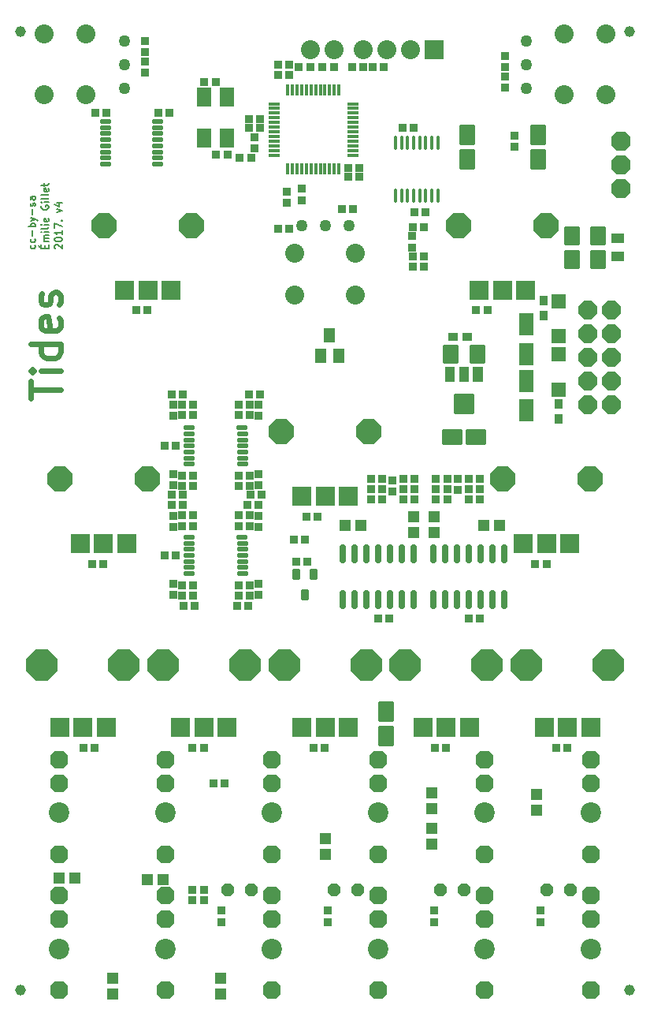
<source format=gbr>
%TF.GenerationSoftware,KiCad,Pcbnew,(6.0.11-0)*%
%TF.CreationDate,2023-05-26T19:22:20+02:00*%
%TF.ProjectId,tides,74696465-732e-46b6-9963-61645f706362,rev?*%
%TF.SameCoordinates,Original*%
%TF.FileFunction,Soldermask,Top*%
%TF.FilePolarity,Negative*%
%FSLAX46Y46*%
G04 Gerber Fmt 4.6, Leading zero omitted, Abs format (unit mm)*
G04 Created by KiCad (PCBNEW (6.0.11-0)) date 2023-05-26 19:22:20*
%MOMM*%
%LPD*%
G01*
G04 APERTURE LIST*
G04 Aperture macros list*
%AMRoundRect*
0 Rectangle with rounded corners*
0 $1 Rounding radius*
0 $2 $3 $4 $5 $6 $7 $8 $9 X,Y pos of 4 corners*
0 Add a 4 corners polygon primitive as box body*
4,1,4,$2,$3,$4,$5,$6,$7,$8,$9,$2,$3,0*
0 Add four circle primitives for the rounded corners*
1,1,$1+$1,$2,$3*
1,1,$1+$1,$4,$5*
1,1,$1+$1,$6,$7*
1,1,$1+$1,$8,$9*
0 Add four rect primitives between the rounded corners*
20,1,$1+$1,$2,$3,$4,$5,0*
20,1,$1+$1,$4,$5,$6,$7,0*
20,1,$1+$1,$6,$7,$8,$9,0*
20,1,$1+$1,$8,$9,$2,$3,0*%
%AMFreePoly0*
4,1,25,0.301485,0.667973,0.306387,0.663482,0.663482,0.306387,0.685510,0.259146,0.685800,0.252505,0.685800,-0.252505,0.667973,-0.301485,0.663482,-0.306387,0.306387,-0.663482,0.259146,-0.685510,0.252505,-0.685800,-0.252505,-0.685800,-0.301485,-0.667973,-0.306387,-0.663482,-0.663482,-0.306387,-0.685510,-0.259146,-0.685800,-0.252505,-0.685800,0.252505,-0.667973,0.301485,-0.663482,0.306387,
-0.306387,0.663482,-0.259146,0.685510,-0.252505,0.685800,0.252505,0.685800,0.301485,0.667973,0.301485,0.667973,$1*%
%AMFreePoly1*
4,1,25,0.706544,1.645873,0.711446,1.641382,1.641382,0.711446,1.663410,0.664205,1.663700,0.657564,1.663700,-0.657564,1.645873,-0.706544,1.641382,-0.711446,0.711446,-1.641382,0.664205,-1.663410,0.657564,-1.663700,-0.657564,-1.663700,-0.706544,-1.645873,-0.711446,-1.641382,-1.641382,-0.711446,-1.663410,-0.664205,-1.663700,-0.657564,-1.663700,0.657564,-1.645873,0.706544,-1.641382,0.711446,
-0.711446,1.641382,-0.664205,1.663410,-0.657564,1.663700,0.657564,1.663700,0.706544,1.645873,0.706544,1.645873,$1*%
%AMFreePoly2*
4,1,25,0.575031,1.328373,0.579933,1.323882,1.323882,0.579933,1.345910,0.532692,1.346200,0.526051,1.346200,-0.526051,1.328373,-0.575031,1.323882,-0.579933,0.579933,-1.323882,0.532692,-1.345910,0.526051,-1.346200,-0.526051,-1.346200,-0.575031,-1.328373,-0.579933,-1.323882,-1.323882,-0.579933,-1.345910,-0.532692,-1.346200,-0.526051,-1.346200,0.526051,-1.328373,0.575031,-1.323882,0.579933,
-0.579933,1.323882,-0.532692,1.345910,-0.526051,1.346200,0.526051,1.346200,0.575031,1.328373,0.575031,1.328373,$1*%
%AMFreePoly3*
4,1,25,0.417216,0.947373,0.422118,0.942882,0.942882,0.422118,0.964910,0.374877,0.965200,0.368236,0.965200,-0.368236,0.947373,-0.417216,0.942882,-0.422118,0.422118,-0.942882,0.374877,-0.964910,0.368236,-0.965200,-0.368236,-0.965200,-0.417216,-0.947373,-0.422118,-0.942882,-0.942882,-0.422118,-0.964910,-0.374877,-0.965200,-0.368236,-0.965200,0.368236,-0.947373,0.417216,-0.942882,0.422118,
-0.422118,0.942882,-0.374877,0.964910,-0.368236,0.965200,0.368236,0.965200,0.417216,0.947373,0.417216,0.947373,$1*%
%AMFreePoly4*
4,1,25,0.448779,1.023573,0.453681,1.019082,1.019082,0.453681,1.041110,0.406440,1.041400,0.399799,1.041400,-0.399799,1.023573,-0.448779,1.019082,-0.453681,0.453681,-1.019082,0.406440,-1.041110,0.399799,-1.041400,-0.399799,-1.041400,-0.448779,-1.023573,-0.453681,-1.019082,-1.019082,-0.453681,-1.041110,-0.406440,-1.041400,-0.399799,-1.041400,0.399799,-1.023573,0.448779,-1.019082,0.453681,
-0.453681,1.019082,-0.406440,1.041110,-0.399799,1.041400,0.399799,1.041400,0.448779,1.023573,0.448779,1.023573,$1*%
%AMFreePoly5*
4,1,25,0.438258,0.998173,0.443160,0.993682,0.993682,0.443160,1.015710,0.395919,1.016000,0.389278,1.016000,-0.389278,0.998173,-0.438258,0.993682,-0.443160,0.443160,-0.993682,0.395919,-1.015710,0.389278,-1.016000,-0.389278,-1.016000,-0.438258,-0.998173,-0.443160,-0.993682,-0.993682,-0.443160,-1.015710,-0.395919,-1.016000,-0.389278,-1.016000,0.389278,-0.998173,0.438258,-0.993682,0.443160,
-0.443160,0.993682,-0.395919,1.015710,-0.389278,1.016000,0.389278,1.016000,0.438258,0.998173,0.438258,0.998173,$1*%
G04 Aperture macros list end*
%ADD10C,0.137160*%
%ADD11C,0.571500*%
%ADD12RoundRect,0.076200X0.625000X-0.450000X0.625000X0.450000X-0.625000X0.450000X-0.625000X-0.450000X0*%
%ADD13FreePoly0,180.000000*%
%ADD14RoundRect,0.076200X-0.375000X0.325000X-0.375000X-0.325000X0.375000X-0.325000X0.375000X0.325000X0*%
%ADD15RoundRect,0.076200X0.325000X0.375000X-0.325000X0.375000X-0.325000X-0.375000X0.325000X-0.375000X0*%
%ADD16RoundRect,0.076200X-0.325000X-0.375000X0.325000X-0.375000X0.325000X0.375000X-0.325000X0.375000X0*%
%ADD17C,1.258800*%
%ADD18RoundRect,0.076200X0.800000X0.900000X-0.800000X0.900000X-0.800000X-0.900000X0.800000X-0.900000X0*%
%ADD19RoundRect,0.076200X0.375000X-0.325000X0.375000X0.325000X-0.375000X0.325000X-0.375000X-0.325000X0*%
%ADD20RoundRect,0.076200X0.700000X-1.100000X0.700000X1.100000X-0.700000X1.100000X-0.700000X-1.100000X0*%
%ADD21RoundRect,0.076200X0.939800X-0.939800X0.939800X0.939800X-0.939800X0.939800X-0.939800X-0.939800X0*%
%ADD22FreePoly1,90.000000*%
%ADD23FreePoly2,90.000000*%
%ADD24RoundRect,0.076200X-0.425000X-0.350000X0.425000X-0.350000X0.425000X0.350000X-0.425000X0.350000X0*%
%ADD25RoundRect,0.576200X0.000000X0.000000X0.000000X0.000000X0.000000X0.000000X0.000000X0.000000X0*%
%ADD26RoundRect,0.076200X-0.500000X0.175000X-0.500000X-0.175000X0.500000X-0.175000X0.500000X0.175000X0*%
%ADD27C,2.032000*%
%ADD28C,2.200000*%
%ADD29FreePoly3,180.000000*%
%ADD30RoundRect,0.076200X0.700000X-0.950000X0.700000X0.950000X-0.700000X0.950000X-0.700000X-0.950000X0*%
%ADD31RoundRect,0.076200X-0.500000X0.550000X-0.500000X-0.550000X0.500000X-0.550000X0.500000X0.550000X0*%
%ADD32RoundRect,0.076200X0.500000X0.550000X-0.500000X0.550000X-0.500000X-0.550000X0.500000X-0.550000X0*%
%ADD33RoundRect,0.076200X0.550000X0.500000X-0.550000X0.500000X-0.550000X-0.500000X0.550000X-0.500000X0*%
%ADD34RoundRect,0.076200X-0.700000X0.700000X-0.700000X-0.700000X0.700000X-0.700000X0.700000X0.700000X0*%
%ADD35RoundRect,0.076200X-0.500000X-0.550000X0.500000X-0.550000X0.500000X0.550000X-0.500000X0.550000X0*%
%ADD36RoundRect,0.150000X0.150000X-0.825000X0.150000X0.825000X-0.150000X0.825000X-0.150000X-0.825000X0*%
%ADD37RoundRect,0.076200X-1.000000X1.000000X-1.000000X-1.000000X1.000000X-1.000000X1.000000X1.000000X0*%
%ADD38RoundRect,0.076200X0.750000X-1.000000X0.750000X1.000000X-0.750000X1.000000X-0.750000X-1.000000X0*%
%ADD39RoundRect,0.076200X-0.500000X0.127000X-0.500000X-0.127000X0.500000X-0.127000X0.500000X0.127000X0*%
%ADD40RoundRect,0.076200X-0.127000X0.500000X-0.127000X-0.500000X0.127000X-0.500000X0.127000X0.500000X0*%
%ADD41RoundRect,0.076200X-0.550000X0.500000X-0.550000X-0.500000X0.550000X-0.500000X0.550000X0.500000X0*%
%ADD42RoundRect,0.076200X0.350000X0.500000X-0.350000X0.500000X-0.350000X-0.500000X0.350000X-0.500000X0*%
%ADD43RoundRect,0.076200X-0.500000X-0.700000X0.500000X-0.700000X0.500000X0.700000X-0.500000X0.700000X0*%
%ADD44RoundRect,0.076200X-1.000000X-0.750000X1.000000X-0.750000X1.000000X0.750000X-1.000000X0.750000X0*%
%ADD45RoundRect,0.076200X-0.800000X-0.900000X0.800000X-0.900000X0.800000X0.900000X-0.800000X0.900000X0*%
%ADD46RoundRect,0.076200X0.350000X-0.425000X0.350000X0.425000X-0.350000X0.425000X-0.350000X-0.425000X0*%
%ADD47RoundRect,0.076200X-0.750000X1.000000X-0.750000X-1.000000X0.750000X-1.000000X0.750000X1.000000X0*%
%ADD48RoundRect,0.076200X-0.550000X-0.500000X0.550000X-0.500000X0.550000X0.500000X-0.550000X0.500000X0*%
%ADD49FreePoly4,180.000000*%
%ADD50RoundRect,0.100000X0.100000X-0.637500X0.100000X0.637500X-0.100000X0.637500X-0.100000X-0.637500X0*%
%ADD51RoundRect,0.076200X0.500000X-0.175000X0.500000X0.175000X-0.500000X0.175000X-0.500000X-0.175000X0*%
%ADD52FreePoly5,90.000000*%
G04 APERTURE END LIST*
D10*
X117302277Y-76615036D02*
X117339288Y-76689058D01*
X117339288Y-76837104D01*
X117302277Y-76911127D01*
X117265265Y-76948138D01*
X117191242Y-76985150D01*
X116969174Y-76985150D01*
X116895151Y-76948138D01*
X116858140Y-76911127D01*
X116821128Y-76837104D01*
X116821128Y-76689058D01*
X116858140Y-76615036D01*
X117302277Y-75948830D02*
X117339288Y-76022853D01*
X117339288Y-76170898D01*
X117302277Y-76244921D01*
X117265265Y-76281933D01*
X117191242Y-76318944D01*
X116969174Y-76318944D01*
X116895151Y-76281933D01*
X116858140Y-76244921D01*
X116821128Y-76170898D01*
X116821128Y-76022853D01*
X116858140Y-75948830D01*
X117043197Y-75615727D02*
X117043197Y-75023544D01*
X117339288Y-74653430D02*
X116562048Y-74653430D01*
X116858140Y-74653430D02*
X116821128Y-74579407D01*
X116821128Y-74431361D01*
X116858140Y-74357338D01*
X116895151Y-74320327D01*
X116969174Y-74283316D01*
X117191242Y-74283316D01*
X117265265Y-74320327D01*
X117302277Y-74357338D01*
X117339288Y-74431361D01*
X117339288Y-74579407D01*
X117302277Y-74653430D01*
X116821128Y-74024236D02*
X117339288Y-73839178D01*
X116821128Y-73654121D02*
X117339288Y-73839178D01*
X117524345Y-73913201D01*
X117561357Y-73950213D01*
X117598368Y-74024236D01*
X117043197Y-73358030D02*
X117043197Y-72765847D01*
X117302277Y-72432744D02*
X117339288Y-72358721D01*
X117339288Y-72210676D01*
X117302277Y-72136653D01*
X117228254Y-72099641D01*
X117191242Y-72099641D01*
X117117220Y-72136653D01*
X117080208Y-72210676D01*
X117080208Y-72321710D01*
X117043197Y-72395733D01*
X116969174Y-72432744D01*
X116932162Y-72432744D01*
X116858140Y-72395733D01*
X116821128Y-72321710D01*
X116821128Y-72210676D01*
X116858140Y-72136653D01*
X117339288Y-71433436D02*
X116932162Y-71433436D01*
X116858140Y-71470447D01*
X116821128Y-71544470D01*
X116821128Y-71692516D01*
X116858140Y-71766538D01*
X117302277Y-71433436D02*
X117339288Y-71507458D01*
X117339288Y-71692516D01*
X117302277Y-71766538D01*
X117228254Y-71803550D01*
X117154231Y-71803550D01*
X117080208Y-71766538D01*
X117043197Y-71692516D01*
X117043197Y-71507458D01*
X117006185Y-71433436D01*
X118360662Y-76948038D02*
X118360662Y-76688958D01*
X118767788Y-76577924D02*
X118767788Y-76948038D01*
X117990548Y-76948038D01*
X117990548Y-76577924D01*
X117694457Y-76688958D02*
X117805491Y-76799993D01*
X118767788Y-76244821D02*
X118249628Y-76244821D01*
X118323651Y-76244821D02*
X118286640Y-76207810D01*
X118249628Y-76133787D01*
X118249628Y-76022753D01*
X118286640Y-75948730D01*
X118360662Y-75911718D01*
X118767788Y-75911718D01*
X118360662Y-75911718D02*
X118286640Y-75874707D01*
X118249628Y-75800684D01*
X118249628Y-75689650D01*
X118286640Y-75615627D01*
X118360662Y-75578616D01*
X118767788Y-75578616D01*
X118767788Y-75208501D02*
X118249628Y-75208501D01*
X117990548Y-75208501D02*
X118027560Y-75245513D01*
X118064571Y-75208501D01*
X118027560Y-75171490D01*
X117990548Y-75208501D01*
X118064571Y-75208501D01*
X118767788Y-74727353D02*
X118730777Y-74801376D01*
X118656754Y-74838387D01*
X117990548Y-74838387D01*
X118767788Y-74431261D02*
X118249628Y-74431261D01*
X117990548Y-74431261D02*
X118027560Y-74468273D01*
X118064571Y-74431261D01*
X118027560Y-74394250D01*
X117990548Y-74431261D01*
X118064571Y-74431261D01*
X118730777Y-73765056D02*
X118767788Y-73839078D01*
X118767788Y-73987124D01*
X118730777Y-74061147D01*
X118656754Y-74098158D01*
X118360662Y-74098158D01*
X118286640Y-74061147D01*
X118249628Y-73987124D01*
X118249628Y-73839078D01*
X118286640Y-73765056D01*
X118360662Y-73728044D01*
X118434685Y-73728044D01*
X118508708Y-74098158D01*
X118027560Y-72395633D02*
X117990548Y-72469656D01*
X117990548Y-72580690D01*
X118027560Y-72691724D01*
X118101582Y-72765747D01*
X118175605Y-72802758D01*
X118323651Y-72839770D01*
X118434685Y-72839770D01*
X118582731Y-72802758D01*
X118656754Y-72765747D01*
X118730777Y-72691724D01*
X118767788Y-72580690D01*
X118767788Y-72506667D01*
X118730777Y-72395633D01*
X118693765Y-72358621D01*
X118434685Y-72358621D01*
X118434685Y-72506667D01*
X118767788Y-72025518D02*
X118249628Y-72025518D01*
X117990548Y-72025518D02*
X118027560Y-72062530D01*
X118064571Y-72025518D01*
X118027560Y-71988507D01*
X117990548Y-72025518D01*
X118064571Y-72025518D01*
X118767788Y-71544370D02*
X118730777Y-71618393D01*
X118656754Y-71655404D01*
X117990548Y-71655404D01*
X118767788Y-71137244D02*
X118730777Y-71211267D01*
X118656754Y-71248278D01*
X117990548Y-71248278D01*
X118730777Y-70545061D02*
X118767788Y-70619084D01*
X118767788Y-70767130D01*
X118730777Y-70841153D01*
X118656754Y-70878164D01*
X118360662Y-70878164D01*
X118286640Y-70841153D01*
X118249628Y-70767130D01*
X118249628Y-70619084D01*
X118286640Y-70545061D01*
X118360662Y-70508050D01*
X118434685Y-70508050D01*
X118508708Y-70878164D01*
X118249628Y-70285981D02*
X118249628Y-69989890D01*
X117990548Y-70174947D02*
X118656754Y-70174947D01*
X118730777Y-70137936D01*
X118767788Y-70063913D01*
X118767788Y-69989890D01*
X119493371Y-76985250D02*
X119456360Y-76948238D01*
X119419348Y-76874216D01*
X119419348Y-76689158D01*
X119456360Y-76615136D01*
X119493371Y-76578124D01*
X119567394Y-76541113D01*
X119641417Y-76541113D01*
X119752451Y-76578124D01*
X120196588Y-77022261D01*
X120196588Y-76541113D01*
X119419348Y-76059964D02*
X119419348Y-75985941D01*
X119456360Y-75911918D01*
X119493371Y-75874907D01*
X119567394Y-75837896D01*
X119715440Y-75800884D01*
X119900497Y-75800884D01*
X120048542Y-75837896D01*
X120122565Y-75874907D01*
X120159577Y-75911918D01*
X120196588Y-75985941D01*
X120196588Y-76059964D01*
X120159577Y-76133987D01*
X120122565Y-76170998D01*
X120048542Y-76208010D01*
X119900497Y-76245021D01*
X119715440Y-76245021D01*
X119567394Y-76208010D01*
X119493371Y-76170998D01*
X119456360Y-76133987D01*
X119419348Y-76059964D01*
X120196588Y-75060656D02*
X120196588Y-75504793D01*
X120196588Y-75282724D02*
X119419348Y-75282724D01*
X119530382Y-75356747D01*
X119604405Y-75430770D01*
X119641417Y-75504793D01*
X119419348Y-74801576D02*
X119419348Y-74283416D01*
X120196588Y-74616518D01*
X120122565Y-73987324D02*
X120159577Y-73950313D01*
X120196588Y-73987324D01*
X120159577Y-74024336D01*
X120122565Y-73987324D01*
X120196588Y-73987324D01*
X119678428Y-73099050D02*
X120196588Y-72913993D01*
X119678428Y-72728936D01*
X119678428Y-72099741D02*
X120196588Y-72099741D01*
X119382337Y-72284798D02*
X119937508Y-72469856D01*
X119937508Y-71988707D01*
D11*
X116840885Y-93052446D02*
X116840885Y-91201875D01*
X120079385Y-92127160D02*
X116840885Y-92127160D01*
X120079385Y-90122375D02*
X117920385Y-90122375D01*
X116840885Y-90122375D02*
X116995100Y-90276589D01*
X117149314Y-90122375D01*
X116995100Y-89968160D01*
X116840885Y-90122375D01*
X117149314Y-90122375D01*
X120079385Y-87192303D02*
X116840885Y-87192303D01*
X119925171Y-87192303D02*
X120079385Y-87500732D01*
X120079385Y-88117589D01*
X119925171Y-88426017D01*
X119770957Y-88580232D01*
X119462528Y-88734446D01*
X118537242Y-88734446D01*
X118228814Y-88580232D01*
X118074600Y-88426017D01*
X117920385Y-88117589D01*
X117920385Y-87500732D01*
X118074600Y-87192303D01*
X119925171Y-84416446D02*
X120079385Y-84724875D01*
X120079385Y-85341732D01*
X119925171Y-85650160D01*
X119616742Y-85804375D01*
X118383028Y-85804375D01*
X118074600Y-85650160D01*
X117920385Y-85341732D01*
X117920385Y-84724875D01*
X118074600Y-84416446D01*
X118383028Y-84262232D01*
X118691457Y-84262232D01*
X118999885Y-85804375D01*
X119925171Y-83028517D02*
X120079385Y-82720089D01*
X120079385Y-82103232D01*
X119925171Y-81794803D01*
X119616742Y-81640589D01*
X119462528Y-81640589D01*
X119154100Y-81794803D01*
X118999885Y-82103232D01*
X118999885Y-82565875D01*
X118845671Y-82874303D01*
X118537242Y-83028517D01*
X118383028Y-83028517D01*
X118074600Y-82874303D01*
X117920385Y-82565875D01*
X117920385Y-82103232D01*
X118074600Y-81794803D01*
%TO.C,IC5*%
G36*
X163938600Y-91262350D02*
G01*
X162888600Y-91262350D01*
X162888600Y-89687350D01*
X163938600Y-89687350D01*
X163938600Y-91262350D01*
G37*
G36*
X162438600Y-91262350D02*
G01*
X161388600Y-91262350D01*
X161388600Y-89687350D01*
X162438600Y-89687350D01*
X162438600Y-91262350D01*
G37*
G36*
X165438600Y-91262350D02*
G01*
X164388600Y-91262350D01*
X164388600Y-89687350D01*
X165438600Y-89687350D01*
X165438600Y-91262350D01*
G37*
%TD*%
D12*
%TO.C,L1*%
X179923600Y-77804850D03*
X179923600Y-75904850D03*
%TD*%
D13*
%TO.C,LED6*%
X163413600Y-145802350D03*
X160873600Y-145802350D03*
%TD*%
D14*
%TO.C,R66*%
X160238600Y-148059850D03*
X160238600Y-149259850D03*
%TD*%
D15*
%TO.C,R15*%
X159092300Y-77857350D03*
X157892300Y-77857350D03*
%TD*%
%TO.C,C30*%
X132422300Y-98177350D03*
X131222300Y-98177350D03*
%TD*%
D16*
%TO.C,C38*%
X156899900Y-103899999D03*
X158099900Y-103899999D03*
%TD*%
D17*
%TO.C,LED2*%
X170081100Y-54679850D03*
X170081100Y-57219850D03*
X170081100Y-59759850D03*
%TD*%
D18*
%TO.C,C19*%
X177831100Y-75634850D03*
X175031100Y-75634850D03*
%TD*%
D19*
%TO.C,R2*%
X167858600Y-57502350D03*
X167858600Y-56302350D03*
%TD*%
D15*
%TO.C,R9*%
X141470900Y-64046150D03*
X140270900Y-64046150D03*
%TD*%
D16*
%TO.C,R17*%
X140271000Y-92621250D03*
X141471000Y-92621250D03*
%TD*%
%TO.C,R39*%
X160400000Y-102788700D03*
X161600000Y-102788700D03*
%TD*%
%TO.C,C11*%
X136778400Y-66903550D03*
X137978400Y-66903550D03*
%TD*%
D20*
%TO.C,C24*%
X170081100Y-85147350D03*
X170081100Y-88347350D03*
%TD*%
D13*
%TO.C,LED7*%
X174843600Y-145802350D03*
X172303600Y-145802350D03*
%TD*%
D21*
%TO.C,R58*%
X150991100Y-128372350D03*
X148491100Y-128372350D03*
X145991100Y-128372350D03*
D22*
X152891100Y-121672350D03*
X144091100Y-121672350D03*
%TD*%
D15*
%TO.C,R35*%
X133216100Y-104527450D03*
X132016100Y-104527450D03*
%TD*%
D16*
%TO.C,R41*%
X139159800Y-105638650D03*
X140359800Y-105638650D03*
%TD*%
D15*
%TO.C,C39*%
X161600000Y-103900000D03*
X160400000Y-103900000D03*
%TD*%
D21*
%TO.C,R22*%
X150991100Y-103589850D03*
X148491100Y-103589850D03*
X145991100Y-103589850D03*
D23*
X153191100Y-96589850D03*
X143791100Y-96589850D03*
%TD*%
D16*
%TO.C,C5*%
X130587500Y-62458450D03*
X131787500Y-62458450D03*
%TD*%
D24*
%TO.C,L3*%
X162196100Y-86429850D03*
X163796100Y-86429850D03*
%TD*%
D15*
%TO.C,C32*%
X140359800Y-101352350D03*
X139159800Y-101352350D03*
%TD*%
%TO.C,C22*%
X129406100Y-83572350D03*
X128206100Y-83572350D03*
%TD*%
D25*
%TO.C,JP3*%
X115788600Y-156597350D03*
%TD*%
D15*
%TO.C,C45*%
X172268600Y-110877350D03*
X171068600Y-110877350D03*
%TD*%
D25*
%TO.C,JP4*%
X181193500Y-156597350D03*
%TD*%
D15*
%TO.C,C53*%
X148456100Y-130562350D03*
X147256100Y-130562350D03*
%TD*%
D14*
%TO.C,R21*%
X141347300Y-93767250D03*
X141347300Y-94967250D03*
%TD*%
D16*
%TO.C,C42*%
X145100000Y-108200000D03*
X146300000Y-108200000D03*
%TD*%
%TO.C,C1*%
X143446100Y-57219850D03*
X144646100Y-57219850D03*
%TD*%
D21*
%TO.C,R57*%
X137973600Y-128372350D03*
X135473600Y-128372350D03*
X132973600Y-128372350D03*
D22*
X139873600Y-121672350D03*
X131073600Y-121672350D03*
%TD*%
D14*
%TO.C,R65*%
X148808600Y-148059850D03*
X148808600Y-149259850D03*
%TD*%
D16*
%TO.C,C46*%
X133127300Y-113099950D03*
X134327300Y-113099950D03*
%TD*%
D14*
%TO.C,C33*%
X162746200Y-101712500D03*
X162746200Y-102912500D03*
%TD*%
D26*
%TO.C,IC7*%
X133898800Y-107974850D03*
X133898800Y-108624850D03*
X133898800Y-109274850D03*
X133898800Y-109924850D03*
X133898800Y-110574850D03*
X133898800Y-111224850D03*
X133898800Y-111874850D03*
X139588400Y-111874850D03*
X139588400Y-111224850D03*
X139588400Y-110574850D03*
X139588400Y-109924850D03*
X139588400Y-109274850D03*
X139588400Y-108624850D03*
X139568100Y-107974850D03*
%TD*%
D27*
%TO.C,SW3*%
X151742300Y-82022950D03*
X145239900Y-82022950D03*
X151742300Y-77501750D03*
X145239900Y-77501750D03*
%TD*%
D15*
%TO.C,C55*%
X174491100Y-130562350D03*
X173291100Y-130562350D03*
%TD*%
%TO.C,C47*%
X140360000Y-113099950D03*
X139160000Y-113099950D03*
%TD*%
%TO.C,C41*%
X140360000Y-106749950D03*
X139160000Y-106749950D03*
%TD*%
D16*
%TO.C,R32*%
X156899999Y-101677501D03*
X158099999Y-101677501D03*
%TD*%
D15*
%TO.C,R28*%
X134327500Y-102463550D03*
X133127500Y-102463550D03*
%TD*%
%TO.C,C23*%
X165918500Y-83572350D03*
X164718500Y-83572350D03*
%TD*%
D19*
%TO.C,R26*%
X132140000Y-102428650D03*
X132140000Y-101228650D03*
%TD*%
D14*
%TO.C,R51*%
X132139600Y-112976250D03*
X132139600Y-114176250D03*
%TD*%
D16*
%TO.C,R61*%
X136461100Y-134372350D03*
X137661100Y-134372350D03*
%TD*%
D28*
%TO.C,J8*%
X131346100Y-152152350D03*
D29*
X131346100Y-146437350D03*
X131346100Y-148977350D03*
X131346100Y-156597350D03*
%TD*%
D16*
%TO.C,R13*%
X143446300Y-74841050D03*
X144646300Y-74841050D03*
%TD*%
%TO.C,C27*%
X133127500Y-94843650D03*
X134327500Y-94843650D03*
%TD*%
D15*
%TO.C,R38*%
X158099900Y-102788701D03*
X156899900Y-102788701D03*
%TD*%
D20*
%TO.C,C26*%
X170081100Y-91179850D03*
X170081100Y-94379850D03*
%TD*%
D30*
%TO.C,Q1*%
X137893400Y-65129850D03*
X137893400Y-60729850D03*
X135493400Y-60729850D03*
X135493400Y-65129850D03*
%TD*%
D14*
%TO.C,C7*%
X168811100Y-64874850D03*
X168811100Y-66074850D03*
%TD*%
%TO.C,R6*%
X129123600Y-56937350D03*
X129123600Y-58137350D03*
%TD*%
D31*
%TO.C,D7*%
X148491100Y-140348650D03*
X148491100Y-142048650D03*
%TD*%
D14*
%TO.C,C15*%
X145951100Y-70589950D03*
X145951100Y-71789950D03*
%TD*%
D28*
%TO.C,J9*%
X142776100Y-152152350D03*
D29*
X142776100Y-146437350D03*
X142776100Y-148977350D03*
X142776100Y-156597350D03*
%TD*%
D16*
%TO.C,C14*%
X150983500Y-69284850D03*
X152183500Y-69284850D03*
%TD*%
D32*
%TO.C,R49*%
X167250000Y-106700000D03*
X165550000Y-106700000D03*
%TD*%
D31*
%TO.C,D5*%
X171192300Y-135586150D03*
X171192300Y-137286150D03*
%TD*%
D16*
%TO.C,R62*%
X134238700Y-145802350D03*
X135438700Y-145802350D03*
%TD*%
D15*
%TO.C,R5*%
X149408500Y-57537250D03*
X148208500Y-57537250D03*
%TD*%
D16*
%TO.C,R30*%
X140429700Y-103416150D03*
X141629700Y-103416150D03*
%TD*%
%TO.C,R42*%
X153407400Y-102788800D03*
X154607400Y-102788800D03*
%TD*%
D15*
%TO.C,C56*%
X124961200Y-62458550D03*
X123761200Y-62458550D03*
%TD*%
D14*
%TO.C,R44*%
X132139800Y-105673950D03*
X132139800Y-106873950D03*
%TD*%
D33*
%TO.C,D8*%
X121559800Y-144532350D03*
X119859800Y-144532350D03*
%TD*%
D34*
%TO.C,D1*%
X173573600Y-86424850D03*
X173573600Y-82624850D03*
%TD*%
D35*
%TO.C,R47*%
X150650000Y-106700000D03*
X152350000Y-106700000D03*
%TD*%
D16*
%TO.C,C17*%
X158051200Y-73094750D03*
X159251200Y-73094750D03*
%TD*%
D15*
%TO.C,C54*%
X161473600Y-130562350D03*
X160273600Y-130562350D03*
%TD*%
D28*
%TO.C,J12*%
X177066100Y-152152350D03*
D29*
X177066100Y-146437350D03*
X177066100Y-148977350D03*
X177066100Y-156597350D03*
%TD*%
D36*
%TO.C,IC8*%
X160090000Y-114675000D03*
X161360000Y-114675000D03*
X162630000Y-114675000D03*
X163900000Y-114675000D03*
X165170000Y-114675000D03*
X166440000Y-114675000D03*
X167710000Y-114675000D03*
X167710000Y-109725000D03*
X166440000Y-109725000D03*
X165170000Y-109725000D03*
X163900000Y-109725000D03*
X162630000Y-109725000D03*
X161360000Y-109725000D03*
X160090000Y-109725000D03*
%TD*%
D37*
%TO.C,IC5*%
X163413600Y-93656350D03*
%TD*%
D28*
%TO.C,J3*%
X142776100Y-137547350D03*
D29*
X142776100Y-131832350D03*
X142776100Y-134372350D03*
X142776100Y-141992350D03*
%TD*%
D38*
%TO.C,C50*%
X154999900Y-126722350D03*
X154999900Y-129322350D03*
%TD*%
D28*
%TO.C,J11*%
X165636100Y-152152350D03*
D29*
X165636100Y-146437350D03*
X165636100Y-148977350D03*
X165636100Y-156597350D03*
%TD*%
D15*
%TO.C,C37*%
X154607500Y-103900000D03*
X153407500Y-103900000D03*
%TD*%
%TO.C,C52*%
X135438600Y-130562350D03*
X134238600Y-130562350D03*
%TD*%
D28*
%TO.C,J2*%
X131346100Y-137547350D03*
D29*
X131346100Y-131832350D03*
X131346100Y-134372350D03*
X131346100Y-141992350D03*
%TD*%
D31*
%TO.C,D4*%
X159921100Y-135427350D03*
X159921100Y-137127350D03*
%TD*%
D16*
%TO.C,C13*%
X150983500Y-68332650D03*
X152183500Y-68332650D03*
%TD*%
D39*
%TO.C,IC1*%
X142971000Y-61454850D03*
X142971000Y-61954850D03*
X142971000Y-62454850D03*
X142971000Y-62954850D03*
X142971000Y-63454850D03*
X142971000Y-63954850D03*
X142971000Y-64454850D03*
X142971000Y-64954850D03*
X142971000Y-65454850D03*
X142971000Y-65954850D03*
X142971000Y-66454850D03*
X142971000Y-66954850D03*
D40*
X144471000Y-68454850D03*
X144971000Y-68454850D03*
X145471000Y-68454850D03*
X145971000Y-68454850D03*
X146471000Y-68454850D03*
X146971000Y-68454850D03*
X147471000Y-68454850D03*
X147971000Y-68454850D03*
X148471000Y-68454850D03*
X148971000Y-68454850D03*
X149471000Y-68454850D03*
X149971000Y-68454850D03*
D39*
X151471000Y-66954850D03*
X151471000Y-66454850D03*
X151471000Y-65954850D03*
X151471000Y-65454850D03*
X151471000Y-64954850D03*
X151471000Y-64454850D03*
X151471000Y-63954850D03*
X151471000Y-63454850D03*
X151471000Y-62954850D03*
X151471000Y-62454850D03*
X151471000Y-61954850D03*
X151471000Y-61454850D03*
D40*
X149971000Y-59954850D03*
X149471000Y-59954850D03*
X148971000Y-59954850D03*
X148471000Y-59954850D03*
X147971000Y-59954850D03*
X147471000Y-59954850D03*
X146971000Y-59954850D03*
X146471000Y-59954850D03*
X145971000Y-59954850D03*
X145471000Y-59954850D03*
X144971000Y-59954850D03*
X144471000Y-59954850D03*
%TD*%
D18*
%TO.C,C20*%
X177831100Y-78174850D03*
X175031100Y-78174850D03*
%TD*%
D19*
%TO.C,C8*%
X140871200Y-66233450D03*
X140871200Y-65033450D03*
%TD*%
D16*
%TO.C,C18*%
X157892400Y-74682350D03*
X159092400Y-74682350D03*
%TD*%
D19*
%TO.C,R20*%
X132139900Y-94967250D03*
X132139900Y-93767250D03*
%TD*%
D15*
%TO.C,R54*%
X140201300Y-115322350D03*
X139001300Y-115322350D03*
%TD*%
%TO.C,C4*%
X136708400Y-59124850D03*
X135508400Y-59124850D03*
%TD*%
D25*
%TO.C,JP1*%
X115788600Y-53727350D03*
%TD*%
D19*
%TO.C,R14*%
X157857400Y-76869750D03*
X157857400Y-75669750D03*
%TD*%
D28*
%TO.C,J1*%
X119916100Y-137547350D03*
D29*
X119916100Y-131832350D03*
X119916100Y-134372350D03*
X119916100Y-141992350D03*
%TD*%
D16*
%TO.C,R27*%
X139159900Y-102463450D03*
X140359900Y-102463450D03*
%TD*%
D15*
%TO.C,R40*%
X165092400Y-102788700D03*
X163892400Y-102788700D03*
%TD*%
D14*
%TO.C,C34*%
X155753700Y-101871300D03*
X155753700Y-103071300D03*
%TD*%
D28*
%TO.C,J10*%
X154206100Y-152152350D03*
D29*
X154206100Y-146437350D03*
X154206100Y-148977350D03*
X154206100Y-156597350D03*
%TD*%
D38*
%TO.C,C10*%
X171351100Y-64809850D03*
X171351100Y-67409850D03*
%TD*%
D28*
%TO.C,J5*%
X165636100Y-137547350D03*
D29*
X165636100Y-131832350D03*
X165636100Y-134372350D03*
X165636100Y-141992350D03*
%TD*%
D21*
%TO.C,R60*%
X177026100Y-128372350D03*
X174526100Y-128372350D03*
X172026100Y-128372350D03*
D22*
X178926100Y-121672350D03*
X170126100Y-121672350D03*
%TD*%
D36*
%TO.C,IC9*%
X150390000Y-114675000D03*
X151660000Y-114675000D03*
X152930000Y-114675000D03*
X154200000Y-114675000D03*
X155470000Y-114675000D03*
X156740000Y-114675000D03*
X158010000Y-114675000D03*
X158010000Y-109725000D03*
X156740000Y-109725000D03*
X155470000Y-109725000D03*
X154200000Y-109725000D03*
X152930000Y-109725000D03*
X151660000Y-109725000D03*
X150390000Y-109725000D03*
%TD*%
D15*
%TO.C,C44*%
X124643600Y-110877350D03*
X123443600Y-110877350D03*
%TD*%
D41*
%TO.C,R45*%
X158000000Y-105750000D03*
X158000000Y-107450000D03*
%TD*%
D16*
%TO.C,R36*%
X140112400Y-104527450D03*
X141312400Y-104527450D03*
%TD*%
D31*
%TO.C,D6*%
X159921100Y-139237350D03*
X159921100Y-140937350D03*
%TD*%
D19*
%TO.C,R25*%
X141347500Y-102428450D03*
X141347500Y-101228450D03*
%TD*%
D16*
%TO.C,C48*%
X163900000Y-116700000D03*
X165100000Y-116700000D03*
%TD*%
D15*
%TO.C,R16*%
X133216100Y-92621150D03*
X132016100Y-92621150D03*
%TD*%
D16*
%TO.C,C40*%
X163892500Y-103900000D03*
X165092500Y-103900000D03*
%TD*%
D42*
%TO.C,IC10*%
X147256300Y-111919000D03*
X145356300Y-111919000D03*
X146306300Y-114119000D03*
%TD*%
D27*
%TO.C,SW2*%
X118290500Y-60471050D03*
X118290500Y-53968650D03*
X122811700Y-60471050D03*
X122811700Y-53968650D03*
%TD*%
D15*
%TO.C,R46*%
X146588800Y-110637400D03*
X145388800Y-110637400D03*
%TD*%
D14*
%TO.C,R7*%
X167858600Y-58524850D03*
X167858600Y-59724850D03*
%TD*%
D17*
%TO.C,LED3*%
X151031100Y-74491850D03*
X148491100Y-74491850D03*
X145951100Y-74491850D03*
%TD*%
D43*
%TO.C,D2*%
X148017700Y-88482150D03*
X149917700Y-88482150D03*
X148967700Y-86282150D03*
%TD*%
D44*
%TO.C,C29*%
X164713600Y-97224850D03*
X162113600Y-97224850D03*
%TD*%
D15*
%TO.C,R4*%
X146868600Y-57537250D03*
X145668600Y-57537250D03*
%TD*%
D16*
%TO.C,C36*%
X133127300Y-106749850D03*
X134327300Y-106749850D03*
%TD*%
D41*
%TO.C,R48*%
X160200000Y-105750000D03*
X160200000Y-107450000D03*
%TD*%
D21*
%TO.C,R59*%
X164008600Y-128372350D03*
X161508600Y-128372350D03*
X159008600Y-128372350D03*
D22*
X165908600Y-121672350D03*
X157108600Y-121672350D03*
%TD*%
D13*
%TO.C,LED5*%
X151983600Y-145802350D03*
X149443600Y-145802350D03*
%TD*%
D28*
%TO.C,J7*%
X119916100Y-152152350D03*
D29*
X119916100Y-146437350D03*
X119916100Y-148977350D03*
X119916100Y-156597350D03*
%TD*%
D17*
%TO.C,LED1*%
X126901100Y-59759850D03*
X126901100Y-57219850D03*
X126901100Y-54679850D03*
%TD*%
D16*
%TO.C,C51*%
X122491100Y-130562350D03*
X123691100Y-130562350D03*
%TD*%
D27*
%TO.C,SW1*%
X178691800Y-53968550D03*
X178691800Y-60470950D03*
X174170600Y-53968550D03*
X174170600Y-60470950D03*
%TD*%
D15*
%TO.C,R29*%
X133216200Y-103416050D03*
X132016200Y-103416050D03*
%TD*%
D14*
%TO.C,R43*%
X141347300Y-105673450D03*
X141347300Y-106873450D03*
%TD*%
D15*
%TO.C,C28*%
X140359900Y-94843750D03*
X139159900Y-94843750D03*
%TD*%
D25*
%TO.C,JP2*%
X181193600Y-53727450D03*
%TD*%
D15*
%TO.C,R37*%
X134327400Y-105638550D03*
X133127400Y-105638550D03*
%TD*%
D21*
%TO.C,R11*%
X131941100Y-81491850D03*
X129441100Y-81491850D03*
X126941100Y-81491850D03*
D23*
X134141100Y-74491850D03*
X124741100Y-74491850D03*
%TD*%
D34*
%TO.C,D3*%
X173573600Y-92139850D03*
X173573600Y-88339850D03*
%TD*%
D14*
%TO.C,R67*%
X171668600Y-148059850D03*
X171668600Y-149259850D03*
%TD*%
D15*
%TO.C,R8*%
X141471000Y-63093450D03*
X140271000Y-63093450D03*
%TD*%
D16*
%TO.C,R34*%
X163892400Y-101677501D03*
X165092400Y-101677501D03*
%TD*%
D21*
%TO.C,R23*%
X127178600Y-108669850D03*
X124678600Y-108669850D03*
X122178600Y-108669850D03*
D23*
X129378600Y-101669850D03*
X119978600Y-101669850D03*
%TD*%
D15*
%TO.C,C6*%
X157981000Y-64046050D03*
X156781000Y-64046050D03*
%TD*%
D31*
%TO.C,D10*%
X125631100Y-155271150D03*
X125631100Y-156971150D03*
%TD*%
D15*
%TO.C,C2*%
X152583700Y-57536950D03*
X151383700Y-57536950D03*
%TD*%
D16*
%TO.C,C3*%
X143446200Y-58331050D03*
X144646200Y-58331050D03*
%TD*%
D15*
%TO.C,R31*%
X154607500Y-101677500D03*
X153407500Y-101677500D03*
%TD*%
D26*
%TO.C,IC6*%
X133898800Y-96227350D03*
X133898800Y-96877350D03*
X133898800Y-97527350D03*
X133898800Y-98177350D03*
X133898800Y-98827350D03*
X133898800Y-99477350D03*
X133898800Y-100127350D03*
X139588400Y-100127350D03*
X139588400Y-99477350D03*
X139588400Y-98827350D03*
X139588400Y-98177350D03*
X139588400Y-97527350D03*
X139588400Y-96877350D03*
X139568100Y-96227350D03*
%TD*%
D28*
%TO.C,J4*%
X154206100Y-137547350D03*
D29*
X154206100Y-131832350D03*
X154206100Y-134372350D03*
X154206100Y-141992350D03*
%TD*%
D15*
%TO.C,C43*%
X132422400Y-109924850D03*
X131222400Y-109924850D03*
%TD*%
D45*
%TO.C,C25*%
X162013600Y-88334850D03*
X164813600Y-88334850D03*
%TD*%
D14*
%TO.C,R64*%
X137378600Y-148059750D03*
X137378600Y-149259750D03*
%TD*%
D13*
%TO.C,LED4*%
X140553600Y-145802350D03*
X138013600Y-145802350D03*
%TD*%
D46*
%TO.C,L4*%
X173573600Y-95267350D03*
X173573600Y-93667350D03*
%TD*%
D16*
%TO.C,C21*%
X157892400Y-78968350D03*
X159092400Y-78968350D03*
%TD*%
D14*
%TO.C,C16*%
X144363600Y-70907650D03*
X144363600Y-72107650D03*
%TD*%
D15*
%TO.C,R18*%
X134327500Y-93732350D03*
X133127500Y-93732350D03*
%TD*%
D47*
%TO.C,C9*%
X163731100Y-67409750D03*
X163731100Y-64809750D03*
%TD*%
D15*
%TO.C,C12*%
X140518900Y-67221350D03*
X139318900Y-67221350D03*
%TD*%
%TO.C,C35*%
X147700000Y-105797350D03*
X146500000Y-105797350D03*
%TD*%
D48*
%TO.C,D9*%
X129384900Y-144691150D03*
X131084900Y-144691150D03*
%TD*%
D49*
%TO.C,IC3*%
X180241100Y-70554850D03*
X180241100Y-68014850D03*
X180241100Y-65474850D03*
%TD*%
D46*
%TO.C,L2*%
X171986100Y-84154850D03*
X171986100Y-82554850D03*
%TD*%
D16*
%TO.C,C49*%
X154200000Y-116700000D03*
X155400000Y-116700000D03*
%TD*%
D15*
%TO.C,R33*%
X161600000Y-101677500D03*
X160400000Y-101677500D03*
%TD*%
D50*
%TO.C,IC4*%
X156058600Y-71353650D03*
X156708600Y-71353650D03*
X157358600Y-71353650D03*
X158008600Y-71353650D03*
X158658600Y-71353650D03*
X159308600Y-71353650D03*
X159958600Y-71353650D03*
X160608600Y-71353650D03*
X160608600Y-65628650D03*
X159958600Y-65628650D03*
X159308600Y-65628650D03*
X158658600Y-65628650D03*
X158008600Y-65628650D03*
X157358600Y-65628650D03*
X156708600Y-65628650D03*
X156058600Y-65628650D03*
%TD*%
D26*
%TO.C,IC2*%
X124870000Y-63366050D03*
X124870000Y-64016050D03*
X124870000Y-64666050D03*
X124870000Y-65316050D03*
X124870000Y-65966050D03*
X124870000Y-66616050D03*
X124870000Y-67266050D03*
X124870000Y-67916050D03*
D51*
X130520000Y-67916050D03*
X130520000Y-67266050D03*
X130520000Y-66616050D03*
X130520000Y-65966050D03*
X130520000Y-65316050D03*
X130520000Y-64666050D03*
X130520000Y-64016050D03*
X130520000Y-63366050D03*
%TD*%
D16*
%TO.C,R10*%
X150272500Y-72777250D03*
X151472500Y-72777250D03*
%TD*%
D21*
%TO.C,R24*%
X174803600Y-108669850D03*
X172303600Y-108669850D03*
X169803600Y-108669850D03*
D23*
X177003600Y-101669850D03*
X167603600Y-101669850D03*
%TD*%
D16*
%TO.C,R19*%
X139159900Y-93732350D03*
X140359900Y-93732350D03*
%TD*%
D21*
%TO.C,R56*%
X124956100Y-128372350D03*
X122456100Y-128372350D03*
X119956100Y-128372350D03*
D22*
X126856100Y-121672350D03*
X118056100Y-121672350D03*
%TD*%
D15*
%TO.C,R52*%
X134327300Y-114211150D03*
X133127300Y-114211150D03*
%TD*%
D16*
%TO.C,R55*%
X133286100Y-115322550D03*
X134486100Y-115322550D03*
%TD*%
%TO.C,R53*%
X139160000Y-114211250D03*
X140360000Y-114211250D03*
%TD*%
D19*
%TO.C,R1*%
X129123600Y-55914850D03*
X129123600Y-54714850D03*
%TD*%
D14*
%TO.C,R50*%
X141347200Y-112976050D03*
X141347200Y-114176050D03*
%TD*%
D16*
%TO.C,R63*%
X134238700Y-146913450D03*
X135438700Y-146913450D03*
%TD*%
D21*
%TO.C,R12*%
X170041100Y-81491850D03*
X167541100Y-81491850D03*
X165041100Y-81491850D03*
D23*
X172241100Y-74491850D03*
X162841100Y-74491850D03*
%TD*%
D16*
%TO.C,C31*%
X133127500Y-101352250D03*
X134327500Y-101352250D03*
%TD*%
D28*
%TO.C,J6*%
X177066100Y-137547350D03*
D29*
X177066100Y-131832350D03*
X177066100Y-134372350D03*
X177066100Y-141992350D03*
%TD*%
D15*
%TO.C,R3*%
X154806100Y-57537150D03*
X153606100Y-57537150D03*
%TD*%
D31*
%TO.C,D11*%
X137219800Y-155271150D03*
X137219800Y-156971150D03*
%TD*%
D27*
%TO.C,JP7*%
X146903600Y-55632350D03*
X149443600Y-55632350D03*
%TD*%
D21*
%TO.C,JP6*%
X160238600Y-55632350D03*
D27*
X157698600Y-55632350D03*
X155158600Y-55632350D03*
X152618600Y-55632350D03*
%TD*%
D52*
%TO.C,JP5*%
X176748600Y-93732350D03*
X179288600Y-93732350D03*
X176748600Y-91192350D03*
X179288600Y-91192350D03*
X176748600Y-88652350D03*
X179288600Y-88652350D03*
X176748600Y-86112350D03*
X179288600Y-86112350D03*
X176748600Y-83572350D03*
X179288600Y-83572350D03*
%TD*%
M02*

</source>
